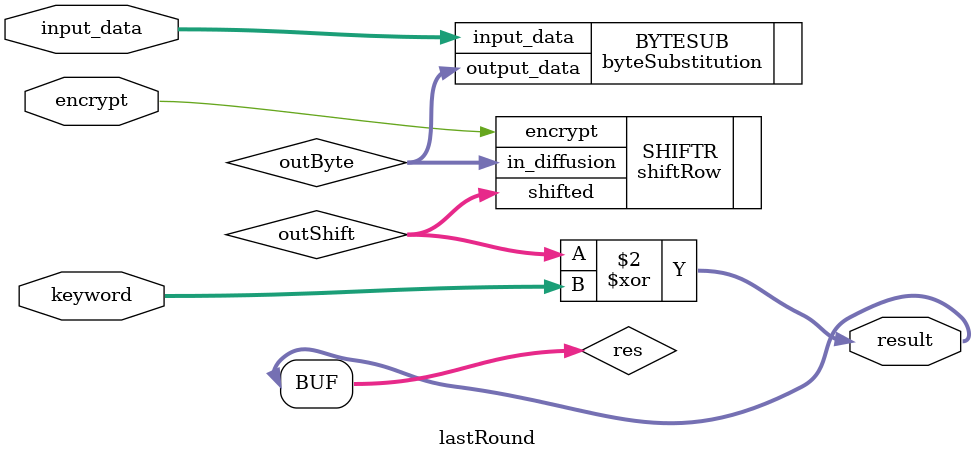
<source format=sv>
`timescale 1ns / 1ps

module lastRound
(
input wire encrypt,
input wire [127:0] keyword, input_data,
output reg [127:0] result

);


reg [127:0] outByte, outShift;
reg [127:0] res;

byteSubstitution BYTESUB
(
.input_data(input_data),
.output_data(outByte)
);

shiftRow SHIFTR
(
.encrypt(encrypt),
.in_diffusion(outByte),
.shifted(outShift)
);

always @ (outShift) begin
  res = outShift ^ keyword;
end

assign result = res;




endmodule

</source>
